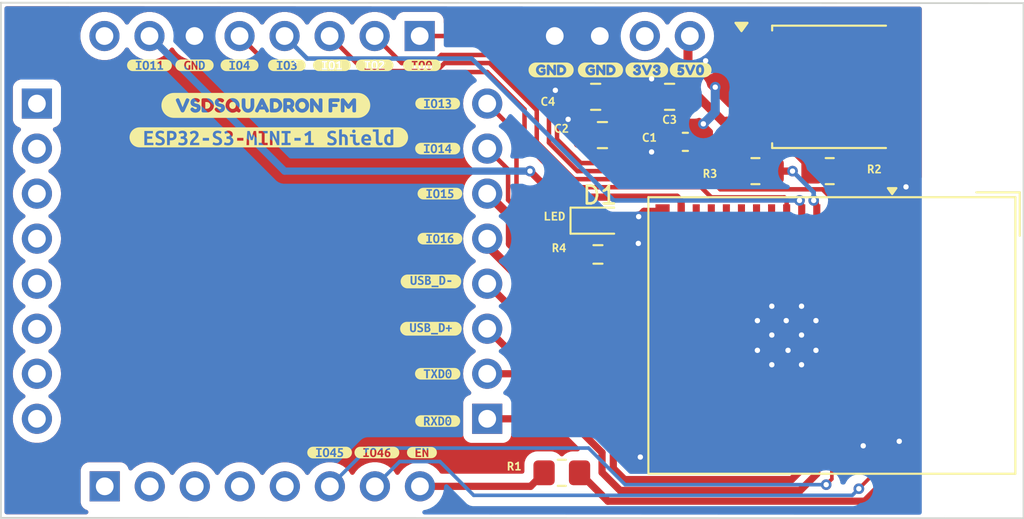
<source format=kicad_pcb>
(kicad_pcb (version 20240108) (generator "pcbnew") (generator_version "8.0")
  (layers (0 "F.Cu" signal) (31 "B.Cu" signal) (34 "B.Paste" user) (35 "F.Paste" user) (36 "B.SilkS" user "B.Silkscreen") (37 "F.SilkS" user "F.Silkscreen") (38 "B.Mask" user) (39 "F.Mask" user) (44 "Edge.Cuts" user))
  (net 0 "")
  (net 1 "+3.3V")
  (net 2 "GND")
  (net 3 "+5V")
  (net 4 "/IO12")
  (net 5 "Net-(D1-K)")
  (net 6 "/EN")
  (net 7 "Net-(U2-EN)")
  (net 8 "Net-(U2-IO0)")
  (net 9 "/IO0")
  (net 10 "/IO2")
  (net 11 "Net-(U2-IO2)")
  (net 14 "/IO3")
  (net 16 "/IO46")
  (net 18 "/IO45")
  (net 19 "/IO11")
  (net 20 "/TXD0")
  (net 28 "/IO1")
  (net 29 "/RXD0")
  (net 33 "/IO4")
  (net 48 "/IO15")
  (net 51 "/USB_D-")
  (net 53 "/IO16")
  (net 54 "/IO14")
  (net 56 "/IO13")
  (net 58 "/USB_D+")
  (footprint "kibuzzard-679408F8" (layer "F.Cu") (at 107.442 78.867)
    (property "Reference" "kibuzzard-679408F8" (hide yes))
    (property "Value" "G***" (hide yes))
  )
  (footprint "kibuzzard-67940982" (layer "F.Cu") (at 118.237 91.059)
    (property "Reference" "kibuzzard-67940982" (hide yes))
    (property "Value" "G***" (hide yes))
  )
  (footprint "Package_TO_SOT_SMD:TO-252-3_TabPin2" (layer "F.Cu") (at 140.794 80.0825)
    (property "Reference" "U1" (hide yes))
    (property "Value" "AMS1117CD-3.3")
    (pad "1" smd roundrect (at -5.04 -2.28) (size 2.2 1.2) (layers "F.Cu" "F.Paste" "F.Mask") (roundrect_rratio 0.208333) (net 2 "GND"))
    (pad "2" smd roundrect (at -5.04 0) (size 2.2 1.2) (layers "F.Cu" "F.Paste" "F.Mask") (roundrect_rratio 0.208333) (net 1 "+3.3V"))
    (pad "2" smd roundrect (at -0.415 -1.525) (size 3.05 2.75) (layers "F.Cu" "F.Paste") (roundrect_rratio 0.090909) (net 1 "+3.3V"))
    (pad "2" smd roundrect (at -0.415 1.525) (size 3.05 2.75) (layers "F.Cu" "F.Paste") (roundrect_rratio 0.090909) (net 1 "+3.3V"))
    (pad "2" smd roundrect (at 1.26 0) (size 6.4 5.8) (layers "F.Cu" "F.Mask") (roundrect_rratio 0.043103) (net 1 "+3.3V"))
    (pad "2" smd roundrect (at 2.935 -1.525) (size 3.05 2.75) (layers "F.Cu" "F.Paste") (roundrect_rratio 0.090909) (net 1 "+3.3V"))
    (pad "2" smd roundrect (at 2.935 1.525) (size 3.05 2.75) (layers "F.Cu" "F.Paste") (roundrect_rratio 0.090909) (net 1 "+3.3V"))
    (pad "3" smd roundrect (at -5.04 2.28) (size 2.2 1.2) (layers "F.Cu" "F.Paste" "F.Mask") (roundrect_rratio 0.208333) (net 3 "+5V"))
  )
  (footprint "kibuzzard-679406CF" (layer "F.Cu") (at 125.603 82.423)
    (property "Reference" "kibuzzard-679406CF" (hide yes))
    (property "Value" "G***" (hide yes))
  )
  (footprint "kibuzzard-67940713" (layer "F.Cu") (at 125.222 87.376)
    (property "Reference" "kibuzzard-67940713" (hide yes))
    (property "Value" "G***" (hide yes))
  )
  (footprint "kibuzzard-679406BD" (layer "F.Cu") (at 130.556 82.931)
    (property "Reference" "kibuzzard-679406BD" (hide yes))
    (property "Value" "G***" (hide yes))
  )
  (footprint "kibuzzard-679409FF" (layer "F.Cu") (at 104.902 78.867)
    (property "Reference" "kibuzzard-679409FF" (hide yes))
    (property "Value" "G***" (hide yes))
  )
  (footprint "kibuzzard-67940721" (layer "F.Cu") (at 125.476 89.154)
    (property "Reference" "kibuzzard-67940721" (hide yes))
    (property "Value" "G***" (hide yes))
  )
  (footprint "kibuzzard-67940643" (layer "F.Cu") (at 124.841 80.899)
    (property "Reference" "kibuzzard-67940643" (hide yes))
    (property "Value" "G***" (hide yes))
  )
  (footprint "Capacitor_SMD:C_0805_2012Metric_Pad1.18x1.45mm_HandSolder" (layer "F.Cu") (at 131.699 80.645 180)
    (property "Reference" "C3" (hide yes))
    (property "Value" "10uF" (hide yes))
    (pad "1" smd roundrect (at -1.0375 0 180) (size 1.175 1.45) (layers "F.Cu" "F.Paste" "F.Mask") (roundrect_rratio 0.212766) (net 3 "+5V"))
    (pad "2" smd roundrect (at 1.0375 0 180) (size 1.175 1.45) (layers "F.Cu" "F.Paste" "F.Mask") (roundrect_rratio 0.212766) (net 2 "GND"))
  )
  (footprint "VSDsquadron_FM:VSDSquadron_FM" (layer "F.Cu") (at 108.762764 89.897764)
    (property "Reference" "U3" (hide yes))
    (property "Value" "VSDSquadron FM" (hide yes))
    (pad "1" thru_hole rect (at -8.925764 12.718236 90) (size 1.7 1.7) (drill 1) (layers "*.Cu" "*.Mask"))
    (pad "2" thru_hole oval (at -6.385764 12.718236 90) (size 1.7 1.7) (drill 1) (layers "*.Cu" "*.Mask"))
    (pad "3" thru_hole oval (at -3.845764 12.718236 90) (size 1.7 1.7) (drill 1) (layers "*.Cu" "*.Mask"))
    (pad "4" thru_hole oval (at -1.305764 12.718236 90) (size 1.7 1.7) (drill 1) (layers "*.Cu" "*.Mask"))
    (pad "5" thru_hole oval (at 1.234236 12.718236 90) (size 1.7 1.7) (drill 1) (layers "*.Cu" "*.Mask"))
    (pad "6" thru_hole oval (at 3.774236 12.718236 90) (size 1.7 1.7) (drill 1) (layers "*.Cu" "*.Mask") (net 18 "/IO45"))
    (pad "7" thru_hole oval (at 6.314236 12.718236 90) (size 1.7 1.7) (drill 1) (layers "*.Cu" "*.Mask") (net 16 "/IO46"))
    (pad "8" thru_hole oval (at 8.854236 12.718236 90) (size 1.7 1.7) (drill 1) (layers "*.Cu" "*.Mask") (net 6 "/EN"))
    (pad "9" thru_hole rect (at 12.649236 8.908236 180) (size 1.7 1.7) (drill 1) (layers "*.Cu" "*.Mask") (net 29 "/RXD0"))
    (pad "10" thru_hole oval (at 12.649236 6.368236 180) (size 1.7 1.7) (drill 1) (layers "*.Cu" "*.Mask") (net 20 "/TXD0"))
    (pad "11" thru_hole oval (at 12.649236 3.828236 180) (size 1.7 1.7) (drill 1) (layers "*.Cu" "*.Mask") (net 58 "/USB_D+"))
    (pad "12" thru_hole oval (at 12.649236 1.288236 180) (size 1.7 1.7) (drill 1) (layers "*.Cu" "*.Mask") (net 51 "/USB_D-"))
    (pad "13" thru_hole oval (at 12.649236 -1.251764 180) (size 1.7 1.7) (drill 1) (layers "*.Cu" "*.Mask") (net 53 "/IO16"))
    (pad "14" thru_hole oval (at 12.649236 -3.791764 180) (size 1.7 1.7) (drill 1) (layers "*.Cu" "*.Mask") (net 48 "/IO15"))
    (pad "15" thru_hole oval (at 12.649236 -6.331764 180) (size 1.7 1.7) (drill 1) (layers "*.Cu" "*.Mask") (net 54 "/IO14"))
    (pad "16" thru_hole oval (at 12.649236 -8.871764 180) (size 1.7 1.7) (drill 1) (layers "*.Cu" "*.Mask") (net 56 "/IO13"))
    (pad "17" thru_hole rect (at 8.839236 -12.681764 270) (size 1.7 1.7) (drill 1) (layers "*.Cu" "*.Mask") (net 9 "/IO0"))
    (pad "18" thru_hole oval (at 6.299236 -12.681764 270) (size 1.7 1.7) (drill 1) (layers "*.Cu" "*.Mask") (net 10 "/IO2"))
    (pad "19" thru_hole oval (at 3.759236 -12.681764 270) (size 1.7 1.7) (drill 1) (layers "*.Cu" "*.Mask") (net 28 "/IO1"))
    (pad "20" thru_hole oval (at 1.219236 -12.681764 270) (size 1.7 1.7) (drill 1) (layers "*.Cu" "*.Mask") (net 14 "/IO3"))
    (pad "21" thru_hole oval (at -1.320764 -12.681764 270) (size 1.7 1.7) (drill 1) (layers "*.Cu" "*.Mask") (net 33 "/IO4"))
    (pad "22" thru_hole oval (at -3.860764 -12.681764 270) (size 1.7 1.7) (drill 1) (layers "*.Cu" "*.Mask") (net 2 "GND"))
    (pad "23" thru_hole oval (at -6.400764 -12.681764 270) (size 1.7 1.7) (drill 1) (layers "*.Cu" "*.Mask") (net 19 "/IO11"))
    (pad "24" thru_hole oval (at -8.940764 -12.681764 270) (size 1.7 1.7) (drill 1) (layers "*.Cu" "*.Mask"))
    (pad "25" thru_hole rect (at -12.750764 -8.871764) (size 1.7 1.7) (drill 1) (layers "*.Cu" "*.Mask"))
    (pad "26" thru_hole oval (at -12.750764 -6.331764) (size 1.7 1.7) (drill 1) (layers "*.Cu" "*.Mask"))
    (pad "27" thru_hole oval (at -12.750764 -3.791764) (size 1.7 1.7) (drill 1) (layers "*.Cu" "*.Mask"))
    (pad "28" thru_hole oval (at -12.750764 -1.251764) (size 1.7 1.7) (drill 1) (layers "*.Cu" "*.Mask"))
    (pad "29" thru_hole oval (at -12.750764 1.288236) (size 1.7 1.7) (drill 1) (layers "*.Cu" "*.Mask"))
    (pad "30" thru_hole oval (at -12.750764 3.828236) (size 1.7 1.7) (drill 1) (layers "*.Cu" "*.Mask"))
    (pad "31" thru_hole oval (at -12.750764 6.368236) (size 1.7 1.7) (drill 1) (layers "*.Cu" "*.Mask"))
    (pad "32" thru_hole oval (at -12.750764 8.908236) (size 1.7 1.7) (drill 1) (layers "*.Cu" "*.Mask"))
    (pad "33" thru_hole rect (at 16.459236 -12.681764 90) (size 1.7 1.7) (drill 1) (layers "*.Cu" "*.Mask") (net 2 "GND"))
    (pad "34" thru_hole oval (at 18.999236 -12.681764 90) (size 1.7 1.7) (drill 1) (layers "*.Cu" "*.Mask") (net 2 "GND"))
    (pad "35" thru_hole oval (at 21.539236 -12.681764 90) (size 1.7 1.7) (drill 1) (layers "*.Cu" "*.Mask"))
    (pad "36" thru_hole oval (at 24.079236 -12.681764 90) (size 1.7 1.7) (drill 1) (layers "*.Cu" "*.Mask") (net 3 "+5V"))
  )
  (footprint "LED_SMD:LED_0603_1608Metric_Pad1.05x0.95mm_HandSolder" (layer "F.Cu") (at 127.771 87.63)
    (property "Reference" "D1" (at 0 -1.43 0) (layer "F.SilkS"))
    (property "Value" "LED" (hide yes))
    (pad "1" smd roundrect (at -0.875 0) (size 1.05 0.95) (layers "F.Cu" "F.Paste" "F.Mask") (net 5 "Net-(D1-K)"))
    (pad "2" smd roundrect (at 0.875 0) (size 1.05 0.95) (layers "F.Cu" "F.Paste" "F.Mask") (net 4 "/IO12"))
  )
  (footprint "kibuzzard-6794090A" (layer "F.Cu") (at 102.362 78.867)
    (property "Reference" "kibuzzard-6794090A" (hide yes))
    (property "Value" "G***" (hide yes))
  )
  (footprint "Capacitor_SMD:C_0805_2012Metric_Pad1.18x1.45mm_HandSolder" (layer "F.Cu") (at 127.5295 80.645 180)
    (property "Reference" "C4" (hide yes))
    (property "Value" "22uF" (hide yes))
    (pad "1" smd roundrect (at -1.0375 0 180) (size 1.175 1.45) (layers "F.Cu" "F.Paste" "F.Mask") (roundrect_rratio 0.212766) (net 1 "+3.3V"))
    (pad "2" smd roundrect (at 1.0375 0 180) (size 1.175 1.45) (layers "F.Cu" "F.Paste" "F.Mask") (roundrect_rratio 0.212766) (net 2 "GND"))
  )
  (footprint "kibuzzard-679402E2" (layer "F.Cu") (at 109.093 82.931)
    (property "Reference" "kibuzzard-679402E2" (hide yes))
    (property "Value" "G***" (hide yes))
  )
  (footprint "kibuzzard-67940933" (layer "F.Cu") (at 115.189 100.711)
    (property "Reference" "kibuzzard-67940933" (hide yes))
    (property "Value" "G***" (hide yes))
  )
  (footprint "kibuzzard-679409A5" (layer "F.Cu") (at 118.745 86.106)
    (property "Reference" "kibuzzard-679409A5" (hide yes))
    (property "Value" "G***" (hide yes))
  )
  (footprint "Resistor_SMD:R_0805_2012Metric_Pad1.20x1.40mm_HandSolder" (layer "F.Cu") (at 125.619 101.854 180)
    (property "Reference" "R1" (hide yes))
    (property "Value" "10K" (hide yes))
    (pad "1" smd roundrect (at -1 0 180) (size 1.2 1.4) (layers "F.Cu" "F.Paste" "F.Mask") (roundrect_rratio 0.208333) (net 7 "Net-(U2-EN)"))
    (pad "2" smd roundrect (at 1 0 180) (size 1.2 1.4) (layers "F.Cu" "F.Paste" "F.Mask") (roundrect_rratio 0.208333) (net 6 "/EN"))
  )
  (footprint "Resistor_SMD:R_0805_2012Metric_Pad1.20x1.40mm_HandSolder" (layer "F.Cu") (at 140.732 84.836 180)
    (property "Reference" "R2" (hide yes))
    (property "Value" "10K" (hide yes))
    (pad "1" smd roundrect (at -1 0 180) (size 1.2 1.4) (layers "F.Cu" "F.Paste" "F.Mask") (roundrect_rratio 0.208333) (net 8 "Net-(U2-IO0)"))
    (pad "2" smd roundrect (at 1 0 180) (size 1.2 1.4) (layers "F.Cu" "F.Paste" "F.Mask") (roundrect_rratio 0.208333) (net 9 "/IO0"))
  )
  (footprint "kibuzzard-679408CB" (layer "F.Cu") (at 115.062 78.867)
    (property "Reference" "kibuzzard-679408CB" (hide yes))
    (property "Value" "G***" (hide yes))
  )
  (footprint "kibuzzard-67940688" (layer "F.Cu") (at 131.699 81.915)
    (property "Reference" "kibuzzard-67940688" (hide yes))
    (property "Value" "G***" (hide yes))
  )
  (footprint "kibuzzard-679406FD" (layer "F.Cu") (at 133.985 84.963)
    (property "Reference" "kibuzzard-679406FD" (hide yes))
    (property "Value" "G***" (hide yes))
  )
  (footprint "kibuzzard-6794073B" (layer "F.Cu") (at 122.936 101.473)
    (property "Reference" "kibuzzard-6794073B" (hide yes))
    (property "Value" "G***" (hide yes))
  )
  (footprint "RF_Module:ESP32-S2-MINI-1" (layer "F.Cu") (at 140.852 94.107 -90)
    (property "Reference" "U2" (hide yes))
    (property "Value" "ESP32-S3-MINI-1" (hide yes))
    (pad "1" smd rect (at -7 -3.4 270) (size 0.8 0.4) (layers "F.Cu" "F.Paste" "F.Mask") (net 2 "GND"))
    (pad "2" smd rect (at -7 -2.55 270) (size 0.8 0.4) (layers "F.Cu" "F.Paste" "F.Mask") (net 2 "GND"))
    (pad "3" smd rect (at -7 -1.7 270) (size 0.8 0.4) (layers "F.Cu" "F.Paste" "F.Mask") (net 1 "+3.3V"))
    (pad "4" smd rect (at -7 -0.85 270) (size 0.8 0.4) (layers "F.Cu" "F.Paste" "F.Mask") (net 8 "Net-(U2-IO0)"))
    (pad "5" smd rect (at -7 0 270) (size 0.8 0.4) (layers "F.Cu" "F.Paste" "F.Mask") (net 28 "/IO1"))
    (pad "6" smd rect (at -7 0.85 270) (size 0.8 0.4) (layers "F.Cu" "F.Paste" "F.Mask") (net 11 "Net-(U2-IO2)"))
    (pad "7" smd rect (at -7 1.7 270) (size 0.8 0.4) (layers "F.Cu" "F.Paste" "F.Mask") (net 14 "/IO3"))
    (pad "8" smd rect (at -7 2.55 270) (size 0.8 0.4) (layers "F.Cu" "F.Paste" "F.Mask") (net 33 "/IO4"))
    (pad "9" smd rect (at -7 3.4 270) (size 0.8 0.4) (layers "F.Cu" "F.Paste" "F.Mask"))
    (pad "10" smd rect (at -7 4.25 270) (size 0.8 0.4) (layers "F.Cu" "F.Paste" "F.Mask"))
    (pad "11" smd rect (at -7 5.1 270) (size 0.8 0.4) (layers "F.Cu" "F.Paste" "F.Mask"))
    (pad "12" smd rect (at -7 5.95 270) (size 0.8 0.4) (layers "F.Cu" "F.Paste" "F.Mask"))
    (pad "13" smd rect (at -7 6.8 270) (size 0.8 0.4) (layers "F.Cu" "F.Paste" "F.Mask"))
    (pad "14" smd rect (at -7 7.65 270) (size 0.8 0.4) (layers "F.Cu" "F.Paste" "F.Mask"))
    (pad "15" smd rect (at -7 8.5 270) (size 0.8 0.4) (layers "F.Cu" "F.Paste" "F.Mask") (net 19 "/IO11"))
    (pad "16" smd rect (at -5.95 9.55) (size 0.8 0.4) (layers "F.Cu" "F.Paste" "F.Mask") (net 4 "/IO12"))
    (pad "17" smd rect (at -5.1 9.55) (size 0.8 0.4) (layers "F.Cu" "F.Paste" "F.Mask") (net 56 "/IO13"))
    (pad "18" smd rect (at -4.25 9.55) (size 0.8 0.4) (layers "F.Cu" "F.Paste" "F.Mask") (net 54 "/IO14"))
    (pad "19" smd rect (at -3.4 9.55) (size 0.8 0.4) (layers "F.Cu" "F.Paste" "F.Mask") (net 48 "/IO15"))
    (pad "20" smd rect (at -2.55 9.55) (size 0.8 0.4) (layers "F.Cu" "F.Paste" "F.Mask") (net 53 "/IO16"))
    (pad "21" smd rect (at -1.7 9.55) (size 0.8 0.4) (layers "F.Cu" "F.Paste" "F.Mask"))
    (pad "22" smd rect (at -0.85 9.55) (size 0.8 0.4) (layers "F.Cu" "F.Paste" "F.Mask"))
    (pad "23" smd rect (at 0 9.55) (size 0.8 0.4) (layers "F.Cu" "F.Paste" "F.Mask") (net 51 "/USB_D-"))
    (pad "24" smd rect (at 0.85 9.55) (size 0.8 0.4) (layers "F.Cu" "F.Paste" "F.Mask") (net 58 "/USB_D+"))
    (pad "25" smd rect (at 1.7 9.55) (size 0.8 0.4) (layers "F.Cu" "F.Paste" "F.Mask"))
    (pad "26" smd rect (at 2.55 9.55) (size 0.8 0.4) (layers "F.Cu" "F.Paste" "F.Mask"))
    (pad "27" smd rect (at 3.4 9.55) (size 0.8 0.4) (layers "F.Cu" "F.Paste" "F.Mask"))
    (pad "28" smd rect (at 4.25 9.55) (size 0.8 0.4) (layers "F.Cu" "F.Paste" "F.Mask"))
    (pad "29" smd rect (at 5.1 9.55) (size 0.8 0.4) (layers "F.Cu" "F.Paste" "F.Mask"))
    (pad "30" smd rect (at 5.95 9.55) (size 0.8 0.4) (layers "F.Cu" "F.Paste" "F.Mask"))
    (pad "31" smd rect (at 7 8.5 270) (size 0.8 0.4) (layers "F.Cu" "F.Paste" "F.Mask"))
    (pad "32" smd rect (at 7 7.65 270) (size 0.8 0.4) (layers "F.Cu" "F.Paste" "F.Mask"))
    (pad "33" smd rect (at 7 6.8 270) (size 0.8 0.4) (layers "F.Cu" "F.Paste" "F.Mask"))
    (pad "34" smd rect (at 7 5.95 270) (size 0.8 0.4) (layers "F.Cu" "F.Paste" "F.Mask"))
    (pad "35" smd rect (at 7 5.1 270) (size 0.8 0.4) (layers "F.Cu" "F.Paste" "F.Mask"))
    (pad "36" smd rect (at 7 4.25 270) (size 0.8 0.4) (layers "F.Cu" "F.Paste" "F.Mask"))
    (pad "37" smd rect (at 7 3.4 270) (size 0.8 0.4) (layers "F.Cu" "F.Paste" "F.Mask"))
    (pad "38" smd rect (at 7 2.55 270) (size 0.8 0.4) (layers "F.Cu" "F.Paste" "F.Mask"))
    (pad "39" smd rect (at 7 1.7 270) (size 0.8 0.4) (layers "F.Cu" "F.Paste" "F.Mask") (net 20 "/TXD0"))
    (pad "40" smd rect (at 7 0.85 270) (size 0.8 0.4) (layers "F.Cu" "F.Paste" "F.Mask") (net 29 "/RXD0"))
    (pad "41" smd rect (at 7 0 270) (size 0.8 0.4) (layers "F.Cu" "F.Paste" "F.Mask") (net 18 "/IO45"))
    (pad "42" smd rect (at 7 -0.85 270) (size 0.8 0.4) (layers "F.Cu" "F.Paste" "F.Mask") (net 2 "GND"))
    (pad "43" smd rect (at 7 -1.7 270) (size 0.8 0.4) (layers "F.Cu" "F.Paste" "F.Mask") (net 2 "GND"))
    (pad "44" smd rect (at 7 -2.55 270) (size 0.8 0.4) (layers "F.Cu" "F.Paste" "F.Mask") (net 16 "/IO46"))
    (pad "45" smd rect (at 7 -3.4 270) (size 0.8 0.4) (layers "F.Cu" "F.Paste" "F.Mask") (net 7 "Net-(U2-EN)"))
    (pad "46" smd rect (at 5.95 -4.45) (size 0.8 0.4) (layers "F.Cu" "F.Paste" "F.Mask") (net 2 "GND"))
    (pad "47" smd rect (at 5.1 -4.45) (size 0.8 0.4) (layers "F.Cu" "F.Paste" "F.Mask") (net 2 "GND"))
    (pad "48" smd rect (at 4.25 -4.45) (size 0.8 0.4) (layers "F.Cu" "F.Paste" "F.Mask") (net 2 "GND"))
    (pad "49" smd rect (at 3.4 -4.45) (size 0.8 0.4) (layers "F.Cu" "F.Paste" "F.Mask") (net 2 "GND"))
    (pad "50" smd rect (at 2.55 -4.45) (size 0.8 0.4) (layers "F.Cu" "F.Paste" "F.Mask") (net 2 "GND"))
    (pad "51" smd rect (at 1.7 -4.45) (size 0.8 0.4) (layers "F.Cu" "F.Paste" "F.Mask") (net 2 "GND"))
    (pad "52" smd rect (at 0.85 -4.45) (size 0.8 0.4) (layers "F.Cu" "F.Paste" "F.Mask") (net 2 "GND"))
    (pad "53" smd rect (at 0 -4.45) (size 0.8 0.4) (layers "F.Cu" "F.Paste" "F.Mask") (net 2 "GND"))
    (pad "54" smd rect (at -0.85 -4.45) (size 0.8 0.4) (layers "F.Cu" "F.Paste" "F.Mask") (net 2 "GND"))
    (pad "55" smd rect (at -1.7 -4.45) (size 0.8 0.4) (layers "F.Cu" "F.Paste" "F.Mask") (net 2 "GND"))
    (pad "56" smd rect (at -2.55 -4.45) (size 0.8 0.4) (layers "F.Cu" "F.Paste" "F.Mask") (net 2 "GND"))
    (pad "57" smd rect (at -3.4 -4.45) (size 0.8 0.4) (layers "F.Cu" "F.Paste" "F.Mask") (net 2 "GND"))
    (pad "58" smd rect (at -4.25 -4.45) (size 0.8 0.4) (layers "F.Cu" "F.Paste" "F.Mask") (net 2 "GND"))
    (pad "59" smd rect (at -5.1 -4.45) (size 0.8 0.4) (layers "F.Cu" "F.Paste" "F.Mask") (net 2 "GND"))
    (pad "60" smd rect (at -5.95 -4.45) (size 0.8 0.4) (layers "F.Cu" "F.Paste" "F.Mask") (net 2 "GND"))
    (pad "61" smd roundrect (at -1.65 0.9 270) (size 1.2 1.2) (property pad_prop_heatsink) (layers "F.Cu" "F.Paste" "F.Mask") (roundrect_rratio 0) (chamfer_ratio 0.33) (chamfer top_left) (net 2 "GND"))
    (pad "61" smd rect (at -1.65 2.55 270) (size 1.2 1.2) (property pad_prop_heatsink) (layers "F.Cu" "F.Paste" "F.Mask") (net 2 "GND"))
    (pad "61" smd rect (at -1.65 4.2 270) (size 1.2 1.2) (property pad_prop_heatsink) (layers "F.Cu" "F.Paste" "F.Mask") (net 2 "GND"))
    (pad "61" smd rect (at 0 0.9 270) (size 1.2 1.2) (property pad_prop_heatsink) (layers "F.Cu" "F.Paste" "F.Mask") (net 2 "GND"))
    (pad "61" smd rect (at 0 2.55 270) (size 1.2 1.2) (property pad_prop_heatsink) (layers "F.Cu" "F.Paste" "F.Mask") (net 2 "GND"))
    (pad "61" smd rect (at 0 4.2 270) (size 1.2 1.2) (property pad_prop_heatsink) (layers "F.Cu" "F.Paste" "F.Mask") (net 2 "GND"))
    (pad "61" smd rect (at 1.65 0.9 270) (size 1.2 1.2) (property pad_prop_heatsink) (layers "F.Cu" "F.Paste" "F.Mask") (net 2 "GND"))
    (pad "61" smd rect (at 1.65 2.55 270) (size 1.2 1.2) (property pad_prop_heatsink) (layers "F.Cu" "F.Paste" "F.Mask") (net 2 "GND"))
    (pad "61" smd rect (at 1.65 4.2 270) (size 1.2 1.2) (property pad_prop_heatsink) (layers "F.Cu" "F.Paste" "F.Mask") (net 2 "GND"))
    (pad "62" smd rect (at -7 -4.45 270) (size 0.8 0.8) (layers "F.Cu" "F.Paste" "F.Mask") (net 2 "GND"))
    (pad "63" smd rect (at -7 9.55 270) (size 0.8 0.8) (layers "F.Cu" "F.Paste" "F.Mask") (net 2 "GND"))
    (pad "64" smd rect (at 7 9.55 270) (size 0.8 0.8) (layers "F.Cu" "F.Paste" "F.Mask") (net 2 "GND"))
    (pad "65" smd rect (at 7 -4.45 270) (size 0.8 0.8) (layers "F.Cu" "F.Paste" "F.Mask") (net 2 "GND"))
  )
  (footprint "Resistor_SMD:R_0805_2012Metric_Pad1.20x1.40mm_HandSolder" (layer "F.Cu") (at 136.541 84.836 180)
    (property "Reference" "R3" (hide yes))
    (property "Value" "10K" (hide yes))
    (pad "1" smd roundrect (at -1 0 180) (size 1.2 1.4) (layers "F.Cu" "F.Paste" "F.Mask") (roundrect_rratio 0.208333) (net 11 "Net-(U2-IO2)"))
    (pad "2" smd roundrect (at 1 0 180) (size 1.2 1.4) (layers "F.Cu" "F.Paste" "F.Mask") (roundrect_rratio 0.208333) (net 10 "/IO2"))
  )
  (footprint "kibuzzard-679409C0" (layer "F.Cu") (at 118.618 81.026)
    (property "Reference" "kibuzzard-679409C0" (hide yes))
    (property "Value" "G***" (hide yes))
  )
  (footprint "kibuzzard-6794093C" (layer "F.Cu") (at 117.729 100.711)
    (property "Reference" "kibuzzard-6794093C" (hide yes))
    (property "Value" "G***" (hide yes))
  )
  (footprint "Resistor_SMD:R_0603_1608Metric_Pad0.98x0.95mm_HandSolder" (layer "F.Cu") (at 127.6585 89.535)
    (property "Reference" "R4" (hide yes))
    (property "Value" "1K" (hide yes))
    (pad "1" smd roundrect (at -0.9125 0) (size 0.975 0.95) (layers "F.Cu" "F.Paste" "F.Mask") (net 5 "Net-(D1-K)"))
    (pad "2" smd roundrect (at 0.9125 0) (size 0.975 0.95) (layers "F.Cu" "F.Paste" "F.Mask") (net 2 "GND"))
  )
  (footprint "kibuzzard-679408B4" (layer "F.Cu") (at 117.729 78.867)
    (property "Reference" "kibuzzard-679408B4" (hide yes))
    (property "Value" "G***" (hide yes))
  )
  (footprint "kibuzzard-67940999" (layer "F.Cu") (at 118.745 88.646)
    (property "Reference" "kibuzzard-67940999" (hide yes))
    (property "Value" "G***" (hide yes))
  )
  (footprint "Capacitor_SMD:C_0805_2012Metric_Pad1.18x1.45mm_HandSolder" (layer "F.Cu") (at 127.9105 82.804 180)
    (property "Reference" "C2" (hide yes))
    (property "Value" "22uF" (hide yes))
    (pad "1" smd roundrect (at -1.0375 0 180) (size 1.175 1.45) (layers "F.Cu" "F.Paste" "F.Mask") (roundrect_rratio 0.212766) (net 1 "+3.3V"))
    (pad "2" smd roundrect (at 1.0375 0 180) (size 1.175 1.45) (layers "F.Cu" "F.Paste" "F.Mask") (roundrect_rratio 0.212766) (net 2 "GND"))
  )
  (footprint "kibuzzard-6794094E" (layer "F.Cu") (at 118.618 98.933)
    (property "Reference" "kibuzzard-6794094E" (hide yes))
    (property "Value" "G***" (hide yes))
  )
  (footprint "kibuzzard-67940927" (layer "F.Cu") (at 112.522 100.711)
    (property "Reference" "kibuzzard-67940927" (hide yes))
    (property "Value" "G***" (hide yes))
  )
  (footprint "kibuzzard-679408D6" (layer "F.Cu") (at 112.649 78.867)
    (property "Reference" "kibuzzard-679408D6" (hide yes))
    (property "Value" "G***" (hide yes))
  )
  (footprint "kibuzzard-679409AF" (layer "F.Cu") (at 118.618 83.566)
    (property "Reference" "kibuzzard-679409AF" (hide yes))
    (property "Value" "G***" (hide yes))
  )
  (footprint "kibuzzard-6794095A" (layer "F.Cu") (at 118.618 96.266)
    (property "Reference" "kibuzzard-6794095A" (hide yes))
    (property "Value" "G***" (hide yes))
  )
  (footprint "Capacitor_SMD:C_0603_1608Metric_Pad1.08x0.95mm_HandSolder" (layer "F.Cu") (at 132.588 83.185 180)
    (property "Reference" "C1" (hide yes))
    (property "Value" "0.1uF" (hide yes))
    (pad "1" smd roundrect (at -0.8625 0 180) (size 1.075 0.95) (layers "F.Cu" "F.Paste" "F.Mask") (net 1 "+3.3V"))
    (pad "2" smd roundrect (at 0.8625 0 180) (size 1.075 0.95) (layers "F.Cu" "F.Paste" "F.Mask") (net 2 "GND"))
  )
  (footprint "kibuzzard-679408EC" (layer "F.Cu") (at 110.109 78.867)
    (property "Reference" "kibuzzard-679408EC" (hide yes))
    (property "Value" "G***" (hide yes))
  )
  (footprint "kibuzzard-6794072C" (layer "F.Cu") (at 143.256 84.709)
    (property "Reference" "kibuzzard-6794072C" (hide yes))
    (property "Value" "G***" (hide yes))
  )
  (footprint "kibuzzard-67940971" (layer "F.Cu") (at 118.237 93.726)
    (property "Reference" "kibuzzard-67940971" (hide yes))
    (property "Value" "G***" (hide yes))
  )
  (gr_line (start 93.98 104.394) (end 93.98 75.3364) (stroke (width 0.1)) (layer "Edge.Cuts"))
  (gr_line (start 151.6634 75.3618) (end 151.6634 104.4194) (stroke (width 0.1)) (layer "Edge.Cuts"))
  (gr_line (start 151.6634 104.4194) (end 93.98 104.394) (stroke (width 0.1)) (layer "Edge.Cuts"))
  (gr_line (start 93.98 75.3364) (end 151.6634 75.3618) (stroke (width 0.1)) (layer "Edge.Cuts"))
  (segment (start 135.754 80.0825) (end 134.2935 80.0825) (width 0.508) (layer "F.Cu") (net 1))
  (segment (start 134.2935 80.0825) (end 134.274909 80.101091) (width 0.508) (layer "F.Cu") (net 1))
  (segment (start 142.552 87.107) (end 142.552 86.302) (width 0.508) (layer "F.Cu") (net 1))
  (segment (start 142.552 86.302) (end 143.256 85.598) (width 0.508) (layer "F.Cu") (net 1))
  (segment (start 133.604 83.0315) (end 133.4505 83.185) (width 0.508) (layer "F.Cu") (net 1))
  (segment (start 133.604 82.169) (end 133.604 83.0315) (width 0.508) (layer "F.Cu") (net 1))
  (segment (start 135.4275 80.01) (end 135.754 80.3365) (width 0.508) (layer "F.Cu") (net 1))
  (via (at 134.274909 80.101091) (size 0.6) (drill 0.3) (layers "F.Cu" "B.Cu") (net 1))
  (via (at 133.604 82.169) (size 0.6) (drill 0.3) (layers "F.Cu" "B.Cu") (net 1))
  (segment (start 133.604 82.169) (end 134.274909 81.498091) (width 0.508) (layer "B.Cu") (net 1))
  (segment (start 134.274909 81.498091) (end 134.274909 80.101091) (width 0.508) (layer "B.Cu") (net 1))
  (segment (start 136.6774 94.0816) (end 136.652 94.107) (width 0.508) (layer "F.Cu") (net 2))
  (segment (start 130.250197 87.107) (end 129.954197 87.403) (width 0.4064) (layer "F.Cu") (net 2))
  (segment (start 139.952 94.107) (end 139.952 94.9432) (width 0.508) (layer "F.Cu") (net 2))
  (segment (start 138.3792 95.6798) (end 138.302 95.757) (width 0.508) (layer "F.Cu") (net 2))
  (segment (start 145.302 100.057) (end 145.302 101.107) (width 0.4064) (layer "F.Cu") (net 2))
  (segment (start 138.302 92.457) (end 139.1402 92.457) (width 0.508) (layer "F.Cu") (net 2))
  (segment (start 142.552 100.399) (end 142.621 100.33) (width 0.4064) (layer "F.Cu") (net 2))
  (segment (start 139.1412 95.758) (end 139.951 95.758) (width 0.508) (layer "F.Cu") (net 2))
  (segment (start 145.302 91.557) (end 145.302 92.407) (width 0.4064) (layer "F.Cu") (net 2))
  (segment (start 130.19 101.107) (end 130.048 100.965) (width 0.508) (layer "F.Cu") (net 2))
  (segment (start 128.571 89.535) (end 129.314312 89.535) (width 0.4064) (layer "F.Cu") (net 2))
  (segment (start 126.873 82.804) (end 126.865 82.804) (width 0.508) (layer "F.Cu") (net 2))
  (segment (start 145.302 89.007) (end 145.302 89.857) (width 0.4064) (layer "F.Cu") (net 2))
  (segment (start 145.302 99.207) (end 145.302 98.357) (width 0.4064) (layer "F.Cu") (net 2))
  (segment (start 136.652 94.107) (end 136.652 93.2688) (width 0.508) (layer "F.Cu") (net 2))
  (segment (start 138.3792 94.9452) (end 138.3792 94.1842) (width 0.508) (layer "F.Cu") (net 2))
  (segment (start 138.2776 93.2688) (end 138.2776 94.0826) (width 0.508) (layer "F.Cu") (net 2))
  (segment (start 144.252 87.107) (end 145.302 87.107) (width 0.4064) (layer "F.Cu") (net 2))
  (segment (start 139.1402 92.457) (end 139.1412 92.456) (width 0.508) (layer "F.Cu") (net 2))
  (segment (start 145.302 100.057) (end 144.672 100.057) (width 0.4064) (layer "F.Cu") (net 2))
  (segment (start 139.954 93.2688) (end 139.954 94.105) (width 0.4064) (layer "F.Cu") (net 2))
  (segment (start 136.652 92.457) (end 137.4638 92.457) (width 0.508) (layer "F.Cu") (net 2))
  (segment (start 145.302 88.157) (end 145.302 89.007) (width 0.4064) (layer "F.Cu") (net 2))
  (segment (start 145.302 95.807) (end 145.302 96.657) (width 0.4064) (layer "F.Cu") (net 2))
  (segment (start 145.302 89.857) (end 145.302 90.707) (width 0.4064) (layer "F.Cu") (net 2))
  (segment (start 145.302 100.057) (end 145.302 99.207) (width 0.4064) (layer "F.Cu") (net 2))
  (segment (start 142.552 101.107) (end 142.552 100.399) (width 0.4064) (layer "F.Cu") (net 2))
  (segment (start 139.1412 95.758) (end 138.303 95.758) (width 0.508) (layer "F.Cu") (net 2))
  (segment (start 145.302 87.107) (end 145.302 88.157) (width 0.4064) (layer "F.Cu") (net 2))
  (segment (start 130.6615 80.645) (end 130.6615 79.6505) (width 0.508) (layer "F.Cu") (net 2))
  (segment (start 145.302 85.993) (end 145.302 87.107) (width 0.4064) (layer "F.Cu") (net 2))
  (segment (start 137.4648 95.758) (end 138.301 95.758) (width 0.4064) (layer "F.Cu") (net 2))
  (segment (start 138.2776 94.0826) (end 138.302 94.107) (width 0.508) (layer "F.Cu") (net 2))
  (segment (start 134.5415 77.8025) (end 133.731 78.613) (width 0.508) (layer "F.Cu") (net 2))
  (segment (start 138.303 95.758) (end 138.302 95.757) (width 0.508) (layer "F.Cu") (net 2))
  (segment (start 137.4638 92.457) (end 137.4648 92.456) (width 0.508) (layer "F.Cu") (net 2))
  (segment (start 139.951 95.758) (end 139.952 95.757) (width 0.508) (layer "F.Cu") (net 2))
  (segment (start 139.952 94.9432) (end 139.954 94.9452) (width 0.508) (layer "F.Cu") (net 2))
  (segment (start 145.302 94.107) (end 145.302 94.957) (width 0.4064) (layer "F.Cu") (net 2))
  (segment (start 143.402 87.107) (end 144.252 87.107) (width 0.4064) (layer "F.Cu") (net 2))
  (segment (start 136.524 95.885) (end 136.652 95.757) (width 0.4064) (layer "F.Cu") (net 2))
  (segment (start 138.301 95.758) (end 138.302 95.757) (width 0.4064) (layer "F.Cu") (net 2))
  (segment (start 144.672 100.057) (end 144.653 100.076) (width 0.4064) (layer "F.Cu") (net 2))
  (segment (start 145.034 85.725) (end 145.302 85.993) (width 0.4064) (layer "F.Cu") (net 2))
  (segment (start 138.302 92.457) (end 137.4658 92.457) (width 0.508) (layer "F.Cu") (net 2))
  (segment (start 139.954 94.105) (end 139.952 94.107) (width 0.4064) (layer "F.Cu") (net 2))
  (segment (start 136.652 92.457) (end 136.652 93.2688) (width 0.508) (layer "F.Cu") (net 2))
  (segment (start 145.302 94.957) (end 145.302 95.807) (width 0.4064) (layer "F.Cu") (net 2))
  (segment (start 137.4648 95.758) (end 136.653 95.758) (width 0.4064) (layer "F.Cu") (net 2))
  (segment (start 139.954 92.459) (end 139.952 92.457) (width 0.4064) (layer "F.Cu") (net 2))
  (segment (start 136.652 94.9452) (end 136.652 95.757) (width 0.508) (layer "F.Cu") (net 2))
  (segment (start 126.865 82.804) (end 125.976 81.915) (width 0.508) (layer "F.Cu") (net 2))
  (segment (start 139.954 95.755) (end 139.952 95.757) (width 0.508) (layer "F.Cu") (net 2))
  (segment (start 139.952 92.457) (end 139.953 92.457) (width 0.4064) (layer "F.Cu") (net 2))
  (segment (start 129.314312 89.535) (end 129.935156 88.914156) (width 0.4064) (layer "F.Cu") (net 2))
  (segment (start 138.2776 92.4814) (end 138.302 92.457) (width 0.508) (layer "F.Cu") (net 2))
  (segment (start 137.4648 94.0816) (end 138.2766 94.0816) (width 0.508) (layer "F.Cu") (net 2))
  (segment (start 139.1412 94.0816) (end 138.3274 94.0816) (width 0.508) (layer "F.Cu") (net 2))
  (segment (start 138.3792 94.9452) (end 138.3792 95.6798) (width 0.508) (layer "F.Cu") (net 2))
  (segment (start 130.6615 80.645) (end 130.6615 80.1155) (width 0.508) (layer "F.Cu") (net 2))
  (segment (start 125.254528 80.277657) (end 125.254528 80.342713) (width 0.508) (layer "F.Cu") (net 2))
  (segment (start 138.3274 94.0816) (end 138.302 94.107) (width 0.508) (layer "F.Cu") (net 2))
  (segment (start 138.2766 94.0816) (end 138.302 94.107) (width 0.508) (layer "F.Cu") (net 2))
  (segment (start 135.754 77.8025) (end 134.5415 77.8025) (width 0.508) (layer "F.Cu") (net 2))
  (segment (start 125.254528 80.342713) (end 125.556815 80.645) (width 0.508) (layer "F.Cu") (net 2))
  (segment (start 136.652 94.9452) (end 136.652 94.107) (width 0.508) (layer "F.Cu") (net 2))
  (segment (start 139.1666 94.107) (end 139.1412 94.0816) (width 0.508) (layer "F.Cu") (net 2))
  (segment (start 138.3792 94.1842) (end 138.302 94.107) (width 0.508) (layer "F.Cu") (net 2))
  (segment (start 145.302 98.357) (end 145.302 97.507) (width 0.4064) (layer "F.Cu") (net 2))
  (segment (start 145.302 100.979) (end 145.302 101.107) (width 0.4064) (layer "F.Cu") (net 2))
  (segment (start 131.302 87.107) (end 130.250197 87.107) (width 0.4064) (layer "F.Cu") (net 2))
  (segment (start 139.952 94.107) (end 139.1666 94.107) (width 0.508) (layer "F.Cu") (net 2))
  (segment (start 125.556815 80.645) (end 126.492 80.645) (width 0.508) (layer "F.Cu") (net 2))
  (segment (start 139.1412 92.456) (end 139.951 92.456) (width 0.4064) (layer "F.Cu") (net 2))
  (segment (start 145.302 94.107) (end 145.302 93.257) (width 0.4064) (layer "F.Cu") (net 2))
  (segment (start 139.951 92.456) (end 139.952 92.457) (width 0.4064) (layer "F.Cu") (net 2))
  (segment (start 131.253 83.185) (end 130.683 83.755) (width 0.508) (layer "F.Cu") (net 2))
  (segment (start 141.702 101.107) (end 142.552 101.107) (width 0.4064) (layer "F.Cu") (net 2))
  (segment (start 139.954 94.9452) (end 139.954 95.755) (width 0.508) (layer "F.Cu") (net 2))
  (segment (start 130.6615 79.6505) (end 130.683 79.629) (width 0.508) (layer "F.Cu") (net 2))
  (segment (start 131.302 101.107) (end 130.19 101.107) (width 0.508) (layer "F.Cu") (net 2))
  (segment (start 139.954 93.2688) (end 139.954 92.459) (width 0.4064) (layer "F.Cu") (net 2))
  (segment (start 145.302 90.707) (end 145.302 91.557) (width 0.4064) (layer "F.Cu") (net 2))
  (segment (start 145.302 93.257) (end 145.302 92.407) (width 0.4064) (layer "F.Cu") (net 2))
  (segment (start 145.302 96.657) (end 145.302 97.507) (width 0.4064) (layer "F.Cu") (net 2))
  (segment (start 137.4658 92.457) (end 137.4648 92.456) (width 0.508) (layer "F.Cu") (net 2))
  (segment (start 137.4648 94.0816) (end 136.6774 94.0816) (width 0.508) (layer "F.Cu") (net 2))
  (segment (start 136.653 95.758) (end 136.652 95.757) (width 0.4064) (layer "F.Cu") (net 2))
  (segment (start 131.7255 83.185) (end 131.253 83.185) (width 0.508) (layer "F.Cu") (net 2))
  (segment (start 138.2776 93.2688) (end 138.2776 92.4814) (width 0.508) (layer "F.Cu") (net 2))
  (via (at 125.976 81.915) (size 0.6) (drill 0.3) (layers "F.Cu" "B.Cu") (net 2))
  (via (at 138.3792 94.9452) (size 0.6) (drill 0.3) (layers "F.Cu" "B.Cu") (net 2))
  (via (at 145.034 85.725) (size 0.6) (drill 0.3) (layers "F.Cu" "B.Cu") (net 2))
  (via (at 136.652 93.2688) (size 0.6) (drill 0.3) (layers "F.Cu" "B.Cu") (net 2))
  (via (at 144.653 100.076) (size 0.6) (drill 0.3) (layers "F.Cu" "B.Cu") (net 2))
  (via (at 142.621 100.33) (size 0.6) (drill 0.3) (layers "F.Cu" "B.Cu") (net 2))
  (via (at 129.935156 88.914156) (size 0.6) (drill 0.3) (layers "F.Cu" "B.Cu") (net 2))
  (via (at 139.1412 95.758) (size 0.6) (drill 0.3) (layers "F.Cu" "B.Cu") (net 2))
  (via (at 139.954 94.9452) (size 0.6) (drill 0.3) (layers "F.Cu" "B.Cu") (net 2))
  (via (at 130.048 100.965) (size 0.6) (drill 0.3) (layers "F.Cu" "B.Cu") (net 2))
  (via (at 125.254528 80.277657) (size 0.6) (drill 0.3) (layers "F.Cu" "B.Cu") (net 2))
  (via (at 136.652 94.9452) (size 0.6) (drill 0.3) (layers "F.Cu" "B.Cu") (net 2))
  (via (at 139.1412 92.456) (size 0.6) (drill 0.3) (layers "F.Cu" "B.Cu") (net 2))
  (via (at 138.2776 93.2688) (size 0.6) (drill 0.3) (layers "F.Cu" "B.Cu") (net 2))
  (via (at 137.4648 92.456) (size 0.6) (drill 0.3) (layers "F.Cu" "B.Cu") (net 2))
  (via (at 129.954197 87.403) (size 0.6) (drill 0.3) (layers "F.Cu" "B.Cu") (net 2))
  (via (at 130.683 83.755) (size 0.6) (drill 0.3) (layers "F.Cu" "B.Cu") (net 2))
  (via (at 139.1412 94.0816) (size 0.6) (drill 0.3) (layers "F.Cu" "B.Cu") (net 2))
  (via (at 137.4648 95.758) (size 0.6) (drill 0.3) (layers "F.Cu" "B.Cu") (net 2))
  (via (at 133.731 78.613) (size 0.6) (drill 0.3) (layers "F.Cu" "B.Cu") (net 2))
  (via (at 137.4648 94.0816) (size 0.6) (drill 0.3) (layers "F.Cu" "B.Cu") (net 2))
  (via (at 139.954 93.2688) (size 0.6) (drill 0.3) (layers "F.Cu" "B.Cu") (net 2))
  (via (at 130.683 79.629) (size 0.6) (drill 0.3) (layers "F.Cu" "B.Cu") (net 2))
  (segment (start 129.954197 87.403) (end 129.935156 87.422041) (width 0.4064) (layer "B.Cu") (net 2))
  (segment (start 135.0415 82.3625) (end 135.754 82.3625) (width 0.508) (layer "F.Cu") (net 3))
  (segment (start 133.324 80.645) (end 135.0415 82.3625) (width 0.508) (layer "F.Cu") (net 3))
  (segment (start 132.7365 77.3215) (end 132.842 77.216) (width 0.508) (layer "F.Cu") (net 3))
  (segment (start 132.7365 80.645) (end 132.7365 77.3215) (width 0.508) (layer "F.Cu") (net 3))
  (segment (start 132.7365 80.645) (end 133.324 80.645) (width 0.508) (layer "F.Cu") (net 3))
  (segment (start 129.323 88.157) (end 128.796 87.63) (width 0.508) (layer "F.Cu") (net 4))
  (segment (start 131.302 88.157) (end 129.323 88.157) (width 0.508) (layer "F.Cu") (net 4))
  (segment (start 126.746 87.63) (end 126.746 89.535) (width 0.508) (layer "F.Cu") (net 5))
  (segment (start 117.617 102.616) (end 123.857 102.616) (width 0.4064) (layer "F.Cu") (net 6))
  (segment (start 123.857 102.616) (end 124.619 101.854) (width 0.4064) (layer "F.Cu") (net 6))
  (segment (start 142.7112 103.4542) (end 128.2192 103.4542) (width 0.4064) (layer "F.Cu") (net 7))
  (segment (start 144.252 101.9134) (end 142.7112 103.4542) (width 0.4064) (layer "F.Cu") (net 7))
  (segment (start 128.2192 103.4542) (end 126.619 101.854) (width 0.4064) (layer "F.Cu") (net 7))
  (segment (start 144.252 101.107) (end 144.252 101.9134) (width 0.4064) (layer "F.Cu") (net 7))
  (segment (start 141.702 84.866) (end 141.732 84.836) (width 0.508) (layer "F.Cu") (net 8))
  (segment (start 141.702 87.107) (end 141.702 84.866) (width 0.508) (layer "F.Cu") (net 8))
  (segment (start 138.589 83.693) (end 135.001 83.693) (width 0.254) (layer "F.Cu") (net 9))
  (segment (start 125.349 83.042428) (end 125.349 81.258843) (width 0.254) (layer "F.Cu") (net 9))
  (segment (start 125.349 81.258843) (end 121.306157 77.216) (width 0.254) (layer "F.Cu") (net 9))
  (segment (start 126.688572 84.382) (end 125.349 83.042428) (width 0.254) (layer "F.Cu") (net 9))
  (segment (start 134.312 84.382) (end 126.688572 84.382) (width 0.254) (layer "F.Cu") (net 9))
  (segment (start 139.732 84.836) (end 138.589 83.693) (width 0.254) (layer "F.Cu") (net 9))
  (segment (start 135.001 83.693) (end 134.312 84.382) (width 0.254) (layer "F.Cu") (net 9))
  (segment (start 121.306157 77.216) (end 117.602 77.216) (width 0.254) (layer "F.Cu") (net 9))
  (segment (start 124.895 81.446896) (end 121.734104 78.286) (width 0.254) (layer "F.Cu") (net 10))
  (segment (start 135.541 84.836) (end 126.500519 84.836) (width 0.254) (layer "F.Cu") (net 10))
  (segment (start 121.734104 78.286) (end 118.818 78.286) (width 0.254) (layer "F.Cu") (net 10))
  (segment (start 118.364 78.74) (end 116.586 78.74) (width 0.254) (layer "F.Cu") (net 10))
  (segment (start 116.586 78.74) (end 115.062 77.216) (width 0.254) (layer "F.Cu") (net 10))
  (segment (start 118.818 78.286) (end 118.364 78.74) (width 0.254) (layer "F.Cu") (net 10))
  (segment (start 124.895 83.230481) (end 124.895 81.446896) (width 0.254) (layer "F.Cu") (net 10))
  (segment (start 126.500519 84.836) (end 124.895 83.230481) (width 0.254) (layer "F.Cu") (net 10))
  (segment (start 140.002 86.665) (end 139.827 86.49) (width 0.254) (layer "F.Cu") (net 11))
  (segment (start 140.002 87.107) (end 140.002 86.665) (width 0.254) (layer "F.Cu") (net 11))
  (segment (start 137.541 84.836) (end 138.632 84.836) (width 0.4064) (layer "F.Cu") (net 11))
  (via (at 139.827 86.49) (size 0.6) (drill 0.3) (layers "F.Cu" "B.Cu") (net 11))
  (via (at 138.632 84.836) (size 0.6) (drill 0.3) (layers "F.Cu" "B.Cu") (net 11))
  (segment (start 139.827 86.031) (end 139.827 86.49) (width 0.254) (layer "B.Cu") (net 11))
  (segment (start 138.632 84.836) (end 139.827 86.031) (width 0.254) (layer "B.Cu") (net 11))
  (segment (start 139.152 87.107) (end 139.152 86.615003) (width 0.254) (layer "F.Cu") (net 14))
  (segment (start 139.152 86.615003) (end 139.026997 86.49) (width 0.254) (layer "F.Cu") (net 14))
  (via (at 139.026997 86.49) (size 0.6) (drill 0.3) (layers "F.Cu" "B.Cu") (net 14))
  (segment (start 139.026997 86.49) (end 128.54053 86.49) (width 0.254) (layer "B.Cu") (net 14))
  (segment (start 111.252 78.486) (end 109.982 77.216) (width 0.254) (layer "B.Cu") (net 14))
  (segment (start 120.53653 78.486) (end 111.252 78.486) (width 0.254) (layer "B.Cu") (net 14))
  (segment (start 128.54053 86.49) (end 120.53653 78.486) (width 0.254) (layer "B.Cu") (net 14))
  (segment (start 143.402 101.107) (end 143.402 101.724144) (width 0.2032) (layer "F.Cu") (net 16))
  (segment (start 143.402 101.724144) (end 142.375144 102.751) (width 0.2032) (layer "F.Cu") (net 16))
  (via (at 142.375144 102.751) (size 0.6) (drill 0.3) (layers "F.Cu" "B.Cu") (net 16))
  (segment (start 142.002144 103.124) (end 120.65 103.124) (width 0.2032) (layer "B.Cu") (net 16))
  (segment (start 120.65 103.124) (end 118.745 101.219) (width 0.2032) (layer "B.Cu") (net 16))
  (segment (start 142.375144 102.751) (end 142.002144 103.124) (width 0.2032) (layer "B.Cu") (net 16))
  (segment (start 116.474 101.219) (end 115.077 102.616) (width 0.2032) (layer "B.Cu") (net 16))
  (segment (start 118.745 101.219) (end 116.474 101.219) (width 0.2032) (layer "B.Cu") (net 16))
  (segment (start 140.852 101.107) (end 140.852 102.20215) (width 0.2032) (layer "F.Cu") (net 18))
  (segment (start 140.852 102.20215) (end 140.53175 102.5224) (width 0.2032) (layer "F.Cu") (net 18))
  (via (at 140.53175 102.5224) (size 0.6) (drill 0.3) (layers "F.Cu" "B.Cu") (net 18))
  (segment (start 127.127 100.457) (end 114.696 100.457) (width 0.2032) (layer "B.Cu") (net 18))
  (segment (start 129.1924 102.5224) (end 127.127 100.457) (width 0.2032) (layer "B.Cu") (net 18))
  (segment (start 140.53175 102.5224) (end 129.1924 102.5224) (width 0.2032) (layer "B.Cu") (net 18))
  (segment (start 114.696 100.457) (end 112.537 102.616) (width 0.2032) (layer "B.Cu") (net 18))
  (segment (start 132.352 87.107) (end 132.352 86.5506) (width 0.4064) (layer "F.Cu") (net 19))
  (segment (start 132.352 86.5506) (end 132.1052 86.3038) (width 0.4064) (layer "F.Cu") (net 19))
  (segment (start 132.1052 86.3038) (end 125.2928 86.3038) (width 0.4064) (layer "F.Cu") (net 19))
  (segment (start 125.2928 86.3038) (end 123.825 84.836) (width 0.4064) (layer "F.Cu") (net 19))
  (via (at 123.825 84.836) (size 0.6) (drill 0.3) (layers "F.Cu" "B.Cu") (net 19))
  (segment (start 123.825 84.836) (end 109.982 84.836) (width 0.4064) (layer "B.Cu") (net 19))
  (segment (start 109.982 84.836) (end 102.362 77.216) (width 0.4064) (layer "B.Cu") (net 19))
  (segment (start 128.524 101.6) (end 128.524 100.48842) (width 0.4064) (layer "F.Cu") (net 20))
  (segment (start 128.524 100.48842) (end 124.30158 96.266) (width 0.4064) (layer "F.Cu") (net 20))
  (segment (start 138.5804 102.235) (end 129.159 102.235) (width 0.4064) (layer "F.Cu") (net 20))
  (segment (start 139.152 101.107) (end 139.152 101.6634) (width 0.4064) (layer "F.Cu") (net 20))
  (segment (start 124.30158 96.266) (end 121.412 96.266) (width 0.4064) (layer "F.Cu") (net 20))
  (segment (start 139.152 101.6634) (end 138.5804 102.235) (width 0.4064) (layer "F.Cu") (net 20))
  (segment (start 129.159 102.235) (end 128.524 101.6) (width 0.4064) (layer "F.Cu") (net 20))
  (segment (start 140.327928 85.863) (end 134.558 85.863) (width 0.254) (layer "F.Cu") (net 28))
  (segment (start 140.852 86.387072) (end 140.327928 85.863) (width 0.254) (layer "F.Cu") (net 28))
  (segment (start 118.552052 79.194) (end 114.5 79.194) (width 0.254) (layer "F.Cu") (net 28))
  (segment (start 126.312466 85.29) (end 124.206 83.183534) (width 0.254) (layer "F.Cu") (net 28))
  (segment (start 133.985 85.29) (end 126.312466 85.29) (width 0.254) (layer "F.Cu") (net 28))
  (segment (start 121.546052 78.74) (end 119.006052 78.74) (width 0.254) (layer "F.Cu") (net 28))
  (segment (start 140.852 87.107) (end 140.852 86.387072) (width 0.254) (layer "F.Cu") (net 28))
  (segment (start 134.558 85.863) (end 133.985 85.29) (width 0.254) (layer "F.Cu") (net 28))
  (segment (start 124.206 81.399948) (end 121.546052 78.74) (width 0.254) (layer "F.Cu") (net 28))
  (segment (start 114.5 79.194) (end 112.522 77.216) (width 0.254) (layer "F.Cu") (net 28))
  (segment (start 124.206 83.183534) (end 124.206 81.399948) (width 0.254) (layer "F.Cu") (net 28))
  (segment (start 119.006052 78.74) (end 118.552052 79.194) (width 0.254) (layer "F.Cu") (net 28))
  (segment (start 140.002 101.107) (end 140.002 101.9134) (width 0.4064) (layer "F.Cu") (net 29))
  (segment (start 127.889 100.711) (end 125.984 98.806) (width 0.4064) (layer "F.Cu") (net 29))
  (segment (start 127.889 101.8318) (end 127.889 100.711) (width 0.4064) (layer "F.Cu") (net 29))
  (segment (start 140.002 101.9134) (end 139.0676 102.8478) (width 0.4064) (layer "F.Cu") (net 29))
  (segment (start 128.905 102.8478) (end 127.889 101.8318) (width 0.4064) (layer "F.Cu") (net 29))
  (segment (start 139.0676 102.8478) (end 128.905 102.8478) (width 0.4064) (layer "F.Cu") (net 29))
  (segment (start 125.984 98.806) (end 121.412 98.806) (width 0.4064) (layer "F.Cu") (net 29))
  (segment (start 138.302 86.453) (end 138.166 86.317) (width 0.254) (layer "F.Cu") (net 33))
  (segment (start 133.477 85.744) (end 126.003 85.744) (width 0.254) (layer "F.Cu") (net 33))
  (segment (start 109.874 79.648) (end 107.442 77.216) (width 0.254) (layer "F.Cu") (net 33))
  (segment (start 119.140104 79.248) (end 118.740104 79.648) (width 0.254) (layer "F.Cu") (net 33))
  (segment (start 121.412 79.248) (end 119.140104 79.248) (width 0.254) (layer "F.Cu") (net 33))
  (segment (start 138.302 87.107) (end 138.302 86.453) (width 0.254) (layer "F.Cu") (net 33))
  (segment (start 134.05 86.317) (end 133.477 85.744) (width 0.254) (layer "F.Cu") (net 33))
  (segment (start 123.517 81.353) (end 121.412 79.248) (width 0.254) (layer "F.Cu") (net 33))
  (segment (start 118.740104 79.648) (end 109.874 79.648) (width 0.254) (layer "F.Cu") (net 33))
  (segment (start 126.003 85.744) (end 123.517 83.258) (width 0.254) (layer "F.Cu") (net 33))
  (segment (start 123.517 83.258) (end 123.517 81.353) (width 0.254) (layer "F.Cu") (net 33))
  (segment (start 138.166 86.317) (end 134.05 86.317) (width 0.254) (layer "F.Cu") (net 33))
  (segment (start 131.302 90.707) (end 130.492736 90.707) (width 0.508) (layer "F.Cu") (net 48))
  (segment (start 122.716 87.41) (end 121.412 86.106) (width 0.508) (layer "F.Cu") (net 48))
  (segment (start 130.492736 90.707) (end 128.743736 92.456) (width 0.508) (layer "F.Cu") (net 48))
  (segment (start 122.716 88.934) (end 122.716 87.41) (width 0.508) (layer "F.Cu") (net 48))
  (segment (start 128.743736 92.456) (end 126.238 92.456) (width 0.508) (layer "F.Cu") (net 48))
  (segment (start 126.238 92.456) (end 122.716 88.934) (width 0.508) (layer "F.Cu") (net 48))
  (segment (start 131.302 94.107) (end 124.333 94.107) (width 0.4064) (layer "F.Cu") (net 51))
  (segment (start 124.333 94.107) (end 121.412 91.186) (width 0.4064) (layer "F.Cu") (net 51))
  (segment (start 131.302 91.557) (end 130.644 91.557) (width 0.508) (layer "F.Cu") (net 53))
  (segment (start 128.983 93.218) (end 125.603 93.218) (width 0.508) (layer "F.Cu") (net 53))
  (segment (start 130.644 91.557) (end 128.983 93.218) (width 0.508) (layer "F.Cu") (net 53))
  (segment (start 125.603 93.218) (end 121.412 89.027) (width 0.508) (layer "F.Cu") (net 53))
  (segment (start 121.412 89.027) (end 121.412 88.646) (width 0.508) (layer "F.Cu") (net 53))
  (segment (start 130.252078 90.126) (end 128.557078 91.821) (width 0.254) (layer "F.Cu") (net 54))
  (segment (start 131.033 90.126) (end 130.252078 90.126) (width 0.254) (layer "F.Cu") (net 54))
  (segment (start 123.297 87.169342) (end 122.589 86.461342) (width 0.254) (layer "F.Cu") (net 54))
  (segment (start 123.297 88.693342) (end 123.297 87.169342) (width 0.254) (layer "F.Cu") (net 54))
  (segment (start 122.589 86.461342) (end 122.589 84.743) (width 0.254) (layer "F.Cu") (net 54))
  (segment (start 131.302 89.857) (end 131.033 90.126) (width 0.254) (layer "F.Cu") (net 54))
  (segment (start 128.557078 91.821) (end 126.424658 91.821) (width 0.254) (layer "F.Cu") (net 54))
  (segment (start 126.424658 91.821) (end 123.297 88.693342) (width 0.254) (layer "F.Cu") (net 54))
  (segment (start 122.589 84.743) (end 121.412 83.566) (width 0.254) (layer "F.Cu") (net 54))
  (segment (start 122.428 82.423) (end 122.428 82.042) (width 0.254) (layer "F.Cu") (net 56))
  (segment (start 123.063 86.233) (end 123.063 83.058) (width 0.254) (layer "F.Cu") (net 56))
  (segment (start 123.063 83.058) (end 122.428 82.423) (width 0.254) (layer "F.Cu") (net 56))
  (segment (start 123.751 86.921) (end 123.063 86.233) (width 0.254) (layer "F.Cu") (net 56))
  (segment (start 130.729026 89.007) (end 128.369026 91.367) (width 0.254) (layer "F.Cu") (net 56))
  (segment (start 131.302 89.007) (end 130.729026 89.007) (width 0.254) (layer "F.Cu") (net 56))
  (segment (start 123.751 88.50529) (end 123.751 86.921) (width 0.254) (layer "F.Cu") (net 56))
  (segment (start 122.428 82.042) (end 121.412 81.026) (width 0.254) (layer "F.Cu") (net 56))
  (segment (start 126.61271 91.367) (end 123.751 88.50529) (width 0.254) (layer "F.Cu") (net 56))
  (segment (start 128.369026 91.367) (end 126.61271 91.367) (width 0.254) (layer "F.Cu") (net 56))
  (segment (start 122.643 94.957) (end 131.302 94.957) (width 0.4064) (layer "F.Cu") (net 58))
  (segment (start 121.412 93.726) (end 122.643 94.957) (width 0.4064) (layer "F.Cu") (net 58))
  (zone (net 1) (net_name "+3.3V") (layer "F.Cu") (priority 1) (connect_pads yes (clearance 0.508)) (min_thickness 0.254) (fill yes (thermal_gap 0.5) (thermal_bridge_width 0.5))
    (polygon (pts (xy 94.107 75.184) (xy 145.923 75.184) (xy 145.923 104.394) (xy 93.98 104.394)))
  )
  (zone (net 2) (net_name "GND") (layer "B.Cu") (connect_pads yes (clearance 0.508)) (min_thickness 0.254) (fill yes (thermal_gap 0.5) (thermal_bridge_width 0.5))
    (polygon (pts (xy 93.98 75.311) (xy 145.923 75.311) (xy 145.923 104.394) (xy 93.98 104.394)))
  )
)
</source>
